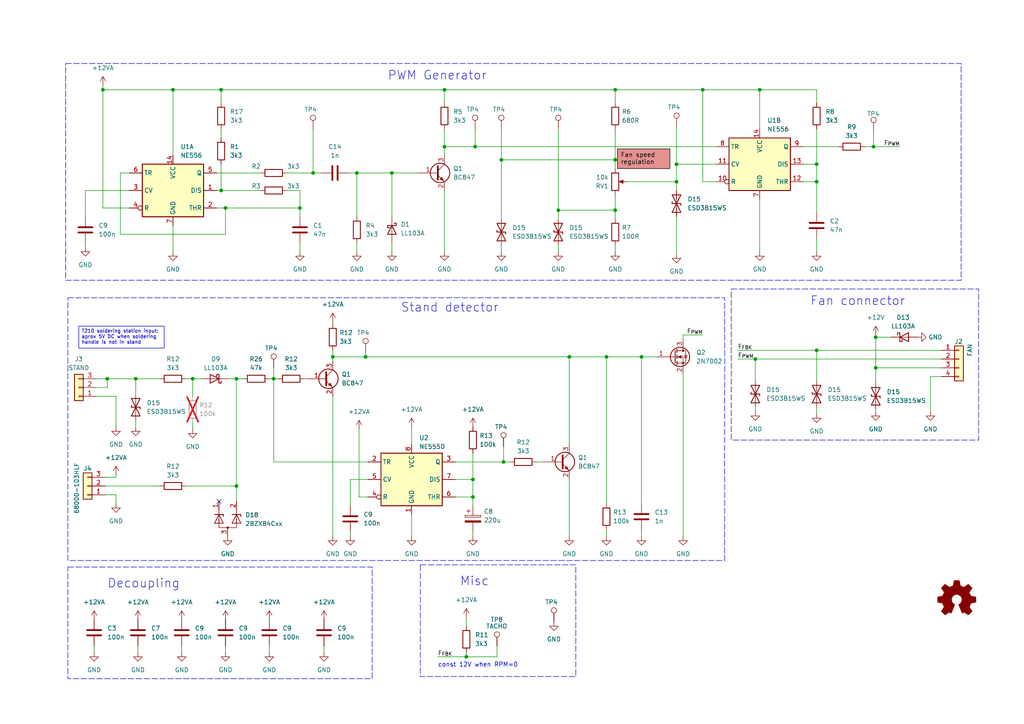
<source format=kicad_sch>
(kicad_sch (version 20230121) (generator eeschema)
  (paper "A4")
  (title_block (title "Fumex Driver") (date "2023-11-22") (rev "1.2.0") (company "Pawel Koszalka"))
  (junction (at 128.905 42.545))
  (junction (at 145.415 46.355))
  (junction (at 29.845 26.035))
  (junction (at 68.58 109.855))
  (junction (at 103.505 50.165))
  (junction (at 137.16 144.145))
  (junction (at 55.88 109.855))
  (junction (at 50.165 26.035))
  (junction (at 254 97.79))
  (junction (at 137.16 139.065))
  (junction (at 90.805 50.165))
  (junction (at 254 106.68))
  (junction (at 68.58 140.97))
  (junction (at 236.855 101.6))
  (junction (at 137.795 42.545))
  (junction (at 178.435 26.035))
  (junction (at 165.1 103.505))
  (junction (at 161.925 60.96))
  (junction (at 236.855 52.705))
  (junction (at 146.05 133.985))
  (junction (at 220.345 26.035))
  (junction (at 64.135 55.245))
  (junction (at 86.995 60.325))
  (junction (at 253.365 42.545))
  (junction (at 31.115 109.855))
  (junction (at 128.905 26.035))
  (junction (at 39.37 109.855))
  (junction (at 65.405 60.325))
  (junction (at 113.665 50.165))
  (junction (at 196.215 52.705))
  (junction (at 178.435 60.96))
  (junction (at 106.045 103.505))
  (junction (at 178.435 46.355))
  (junction (at 186.055 103.505))
  (junction (at 175.895 103.505))
  (junction (at 219.075 104.14))
  (junction (at 203.835 26.035))
  (junction (at 96.52 103.505))
  (junction (at 64.135 26.035))
  (junction (at 79.375 109.855))
  (junction (at 135.255 190.5))
  (junction (at 196.215 47.625))
  (junction (at 236.855 47.625))
  (no_connect (at 63.5 145.415))
  (wire (pts (xy 233.045 47.625) (xy 236.855 47.625)))
  (wire (pts (xy 236.855 73.025) (xy 236.855 69.215)))
  (wire (pts (xy 29.845 24.765) (xy 29.845 26.035)))
  (wire (pts (xy 145.415 46.355) (xy 145.415 63.5)))
  (wire (pts (xy 103.505 50.165) (xy 103.505 62.865)))
  (wire (pts (xy 178.435 37.465) (xy 178.435 46.355)))
  (wire (pts (xy 182.245 52.705) (xy 196.215 52.705)))
  (wire (pts (xy 68.58 109.855) (xy 68.58 140.97)))
  (wire (pts (xy 119.38 155.575) (xy 119.38 149.225)))
  (wire (pts (xy 103.505 50.165) (xy 113.665 50.165)))
  (wire (pts (xy 50.165 73.025) (xy 50.165 65.405)))
  (wire (pts (xy 137.795 37.465) (xy 137.795 42.545)))
  (wire (pts (xy 29.845 26.035) (xy 50.165 26.035)))
  (wire (pts (xy 186.055 103.505) (xy 190.5 103.505)))
  (wire (pts (xy 96.52 101.6) (xy 96.52 103.505)))
  (wire (pts (xy 135.255 181.61) (xy 135.255 179.07)))
  (wire (pts (xy 106.68 139.065) (xy 101.6 139.065)))
  (wire (pts (xy 34.925 67.945) (xy 65.405 67.945)))
  (wire (pts (xy 68.58 140.97) (xy 68.58 145.415)))
  (wire (pts (xy 146.05 133.985) (xy 147.955 133.985)))
  (wire (pts (xy 127 190.5) (xy 135.255 190.5)))
  (wire (pts (xy 253.365 42.545) (xy 260.985 42.545)))
  (wire (pts (xy 145.415 73.025) (xy 145.415 71.12)))
  (wire (pts (xy 254 118.745) (xy 254 119.38)))
  (wire (pts (xy 65.405 67.945) (xy 65.405 60.325)))
  (wire (pts (xy 79.375 109.855) (xy 80.645 109.855)))
  (wire (pts (xy 132.08 133.985) (xy 146.05 133.985)))
  (wire (pts (xy 106.045 102.235) (xy 106.045 103.505)))
  (wire (pts (xy 55.88 124.46) (xy 55.88 122.555)))
  (wire (pts (xy 86.995 60.325) (xy 86.995 62.865)))
  (wire (pts (xy 39.37 109.855) (xy 46.355 109.855)))
  (wire (pts (xy 220.345 73.025) (xy 220.345 57.785)))
  (wire (pts (xy 37.465 55.245) (xy 24.765 55.245)))
  (wire (pts (xy 254 106.68) (xy 254 111.125)))
  (wire (pts (xy 37.465 50.165) (xy 34.925 50.165)))
  (wire (pts (xy 29.845 26.035) (xy 29.845 60.325)))
  (wire (pts (xy 236.855 52.705) (xy 233.045 52.705)))
  (wire (pts (xy 101.6 139.065) (xy 101.6 146.685)))
  (wire (pts (xy 269.875 109.22) (xy 269.875 119.38)))
  (wire (pts (xy 64.135 37.465) (xy 64.135 40.005)))
  (wire (pts (xy 219.075 104.14) (xy 219.075 110.49)))
  (wire (pts (xy 40.005 189.23) (xy 40.005 187.325)))
  (wire (pts (xy 128.905 73.025) (xy 128.905 55.245)))
  (wire (pts (xy 135.255 190.5) (xy 144.145 190.5)))
  (wire (pts (xy 196.215 47.625) (xy 207.645 47.625)))
  (wire (pts (xy 273.05 109.22) (xy 269.875 109.22)))
  (wire (pts (xy 254 97.79) (xy 258.445 97.79)))
  (wire (pts (xy 186.055 103.505) (xy 186.055 146.05)))
  (wire (pts (xy 250.825 42.545) (xy 253.365 42.545)))
  (wire (pts (xy 24.765 55.245) (xy 24.765 62.865)))
  (wire (pts (xy 161.925 73.025) (xy 161.925 71.12)))
  (wire (pts (xy 33.655 146.05) (xy 33.655 143.51)))
  (wire (pts (xy 236.855 47.625) (xy 236.855 52.705)))
  (wire (pts (xy 33.655 114.935) (xy 33.655 123.825)))
  (wire (pts (xy 135.255 190.5) (xy 135.255 189.23)))
  (wire (pts (xy 68.58 109.855) (xy 70.485 109.855)))
  (wire (pts (xy 65.405 60.325) (xy 86.995 60.325)))
  (wire (pts (xy 39.37 121.92) (xy 39.37 123.825)))
  (wire (pts (xy 254 97.79) (xy 254 106.68)))
  (wire (pts (xy 137.16 131.445) (xy 137.16 139.065)))
  (wire (pts (xy 161.925 37.465) (xy 161.925 60.96)))
  (wire (pts (xy 198.12 155.575) (xy 198.12 108.585)))
  (wire (pts (xy 203.835 97.155) (xy 198.12 97.155)))
  (wire (pts (xy 113.665 50.165) (xy 113.665 62.865)))
  (wire (pts (xy 100.965 50.165) (xy 103.505 50.165)))
  (wire (pts (xy 62.865 55.245) (xy 64.135 55.245)))
  (wire (pts (xy 96.52 114.935) (xy 96.52 155.575)))
  (wire (pts (xy 27.94 114.935) (xy 33.655 114.935)))
  (wire (pts (xy 104.14 144.145) (xy 106.68 144.145)))
  (wire (pts (xy 79.375 133.985) (xy 79.375 109.855)))
  (wire (pts (xy 53.975 109.855) (xy 55.88 109.855)))
  (wire (pts (xy 236.855 26.035) (xy 236.855 29.845)))
  (wire (pts (xy 175.895 103.505) (xy 175.895 146.05)))
  (wire (pts (xy 161.925 63.5) (xy 161.925 60.96)))
  (wire (pts (xy 165.1 155.575) (xy 165.1 139.065)))
  (wire (pts (xy 31.115 112.395) (xy 31.115 109.855)))
  (wire (pts (xy 233.045 42.545) (xy 243.205 42.545)))
  (wire (pts (xy 39.37 109.855) (xy 39.37 114.3)))
  (wire (pts (xy 178.435 60.96) (xy 178.435 63.5)))
  (wire (pts (xy 253.365 38.1) (xy 253.365 42.545)))
  (wire (pts (xy 254 97.155) (xy 254 97.79)))
  (wire (pts (xy 64.135 47.625) (xy 64.135 55.245)))
  (wire (pts (xy 27.94 109.855) (xy 31.115 109.855)))
  (wire (pts (xy 50.165 26.035) (xy 64.135 26.035)))
  (wire (pts (xy 50.165 26.035) (xy 50.165 45.085)))
  (wire (pts (xy 203.835 52.705) (xy 203.835 26.035)))
  (wire (pts (xy 236.855 52.705) (xy 236.855 61.595)))
  (wire (pts (xy 128.905 26.035) (xy 128.905 29.845)))
  (wire (pts (xy 78.105 189.23) (xy 78.105 187.325)))
  (wire (pts (xy 236.855 37.465) (xy 236.855 47.625)))
  (wire (pts (xy 137.16 144.145) (xy 132.08 144.145)))
  (wire (pts (xy 161.925 60.96) (xy 178.435 60.96)))
  (wire (pts (xy 175.895 103.505) (xy 186.055 103.505)))
  (wire (pts (xy 137.16 139.065) (xy 137.16 144.145)))
  (wire (pts (xy 207.645 52.705) (xy 203.835 52.705)))
  (wire (pts (xy 96.52 103.505) (xy 106.045 103.505)))
  (wire (pts (xy 52.705 189.23) (xy 52.705 187.325)))
  (wire (pts (xy 55.88 109.855) (xy 55.88 114.935)))
  (wire (pts (xy 137.795 42.545) (xy 207.645 42.545)))
  (wire (pts (xy 27.305 189.23) (xy 27.305 187.325)))
  (wire (pts (xy 175.895 155.575) (xy 175.895 153.67)))
  (wire (pts (xy 90.805 37.465) (xy 90.805 50.165)))
  (wire (pts (xy 96.52 93.345) (xy 96.52 93.98)))
  (wire (pts (xy 113.665 50.165) (xy 121.285 50.165)))
  (wire (pts (xy 79.375 133.985) (xy 106.68 133.985)))
  (wire (pts (xy 86.995 73.025) (xy 86.995 70.485)))
  (wire (pts (xy 104.14 124.46) (xy 104.14 144.145)))
  (wire (pts (xy 64.135 26.035) (xy 64.135 29.845)))
  (wire (pts (xy 96.52 103.505) (xy 96.52 104.775)))
  (wire (pts (xy 132.08 139.065) (xy 137.16 139.065)))
  (wire (pts (xy 219.075 119.38) (xy 219.075 118.11)))
  (wire (pts (xy 93.345 50.165) (xy 90.805 50.165)))
  (wire (pts (xy 62.865 50.165) (xy 75.565 50.165)))
  (wire (pts (xy 86.995 60.325) (xy 86.995 55.245)))
  (wire (pts (xy 137.16 144.145) (xy 137.16 146.685)))
  (wire (pts (xy 236.855 118.11) (xy 236.855 120.015)))
  (wire (pts (xy 33.655 137.795) (xy 33.655 138.43)))
  (wire (pts (xy 145.415 46.355) (xy 178.435 46.355)))
  (wire (pts (xy 178.435 26.035) (xy 178.435 29.845)))
  (wire (pts (xy 128.905 26.035) (xy 178.435 26.035)))
  (wire (pts (xy 220.345 26.035) (xy 236.855 26.035)))
  (wire (pts (xy 37.465 60.325) (xy 29.845 60.325)))
  (wire (pts (xy 146.05 129.54) (xy 146.05 133.985)))
  (wire (pts (xy 88.265 109.855) (xy 88.9 109.855)))
  (wire (pts (xy 196.215 52.705) (xy 196.215 55.245)))
  (wire (pts (xy 33.655 143.51) (xy 30.48 143.51)))
  (wire (pts (xy 178.435 73.025) (xy 178.435 71.12)))
  (wire (pts (xy 213.995 104.14) (xy 219.075 104.14)))
  (wire (pts (xy 196.215 36.83) (xy 196.215 47.625)))
  (wire (pts (xy 24.765 71.755) (xy 24.765 70.485)))
  (wire (pts (xy 46.355 140.97) (xy 30.48 140.97)))
  (wire (pts (xy 64.135 55.245) (xy 75.565 55.245)))
  (wire (pts (xy 213.995 101.6) (xy 236.855 101.6)))
  (wire (pts (xy 196.215 73.66) (xy 196.215 62.865)))
  (wire (pts (xy 178.435 26.035) (xy 203.835 26.035)))
  (wire (pts (xy 165.1 103.505) (xy 175.895 103.505)))
  (wire (pts (xy 33.655 138.43) (xy 30.48 138.43)))
  (wire (pts (xy 86.995 55.245) (xy 83.185 55.245)))
  (wire (pts (xy 137.16 155.575) (xy 137.16 154.305)))
  (wire (pts (xy 254 106.68) (xy 273.05 106.68)))
  (wire (pts (xy 219.075 104.14) (xy 273.05 104.14)))
  (wire (pts (xy 178.435 46.355) (xy 178.435 48.895)))
  (wire (pts (xy 103.505 73.025) (xy 103.505 70.485)))
  (wire (pts (xy 93.98 189.23) (xy 93.98 187.325)))
  (wire (pts (xy 65.405 189.23) (xy 65.405 187.325)))
  (wire (pts (xy 55.88 109.855) (xy 58.42 109.855)))
  (wire (pts (xy 113.665 73.025) (xy 113.665 70.485)))
  (wire (pts (xy 196.215 52.705) (xy 196.215 47.625)))
  (wire (pts (xy 119.38 123.825) (xy 119.38 128.905)))
  (wire (pts (xy 27.94 112.395) (xy 31.115 112.395)))
  (wire (pts (xy 79.375 109.855) (xy 78.105 109.855)))
  (wire (pts (xy 178.435 56.515) (xy 178.435 60.96)))
  (wire (pts (xy 236.855 101.6) (xy 236.855 110.49)))
  (wire (pts (xy 34.925 50.165) (xy 34.925 67.945)))
  (wire (pts (xy 66.04 109.855) (xy 68.58 109.855)))
  (wire (pts (xy 62.865 60.325) (xy 65.405 60.325)))
  (wire (pts (xy 220.345 26.035) (xy 220.345 37.465)))
  (wire (pts (xy 31.115 109.855) (xy 39.37 109.855)))
  (wire (pts (xy 106.045 103.505) (xy 165.1 103.505)))
  (wire (pts (xy 53.975 140.97) (xy 68.58 140.97)))
  (wire (pts (xy 198.12 97.155) (xy 198.12 98.425)))
  (wire (pts (xy 90.805 50.165) (xy 83.185 50.165)))
  (wire (pts (xy 128.905 37.465) (xy 128.905 42.545)))
  (wire (pts (xy 145.415 37.465) (xy 145.415 46.355)))
  (wire (pts (xy 79.375 106.68) (xy 79.375 109.855)))
  (wire (pts (xy 165.1 128.905) (xy 165.1 103.505)))
  (wire (pts (xy 203.835 26.035) (xy 220.345 26.035)))
  (wire (pts (xy 157.48 133.985) (xy 155.575 133.985)))
  (wire (pts (xy 236.855 101.6) (xy 273.05 101.6)))
  (wire (pts (xy 101.6 155.575) (xy 101.6 154.305)))
  (wire (pts (xy 64.135 26.035) (xy 128.905 26.035)))
  (wire (pts (xy 186.055 155.575) (xy 186.055 153.67)))
  (wire (pts (xy 144.145 190.5) (xy 144.145 187.325)))
  (wire (pts (xy 128.905 42.545) (xy 137.795 42.545)))
  (wire (pts (xy 128.905 42.545) (xy 128.905 45.085)))
  (rectangle (start 121.92 163.83) (end 167.005 196.215) (stroke (width 0) (type dash)))
  (rectangle (start 19.05 18.415) (end 278.765 81.28) (stroke (width 0) (type dash)))
  (rectangle (start 19.685 86.36) (end 210.185 162.56) (stroke (width 0) (type dash)))
  (rectangle (start 212.09 83.82) (end 283.845 127.635) (stroke (width 0) (type dash)))
  (rectangle (start 19.685 164.465) (end 107.95 196.85) (stroke (width 0) (type dash)))
  (text_box "T210 soldering station input;\naprox 5V DC when soldering \nhandle is not in stand" (at 22.86 94.615 0) (size 24.765 6.35) (effects (font (size 1 1)) (justify left top)))
  (text_box "Fan speed \nregulation" (at 179.07 43.18 0) (size 15.24 5.715) (stroke (width 0) (color 0 0 0 1)) (fill (type color) (color 194 0 0 0.43)) (effects (font (size 1.27 1.27)) (justify left top)))
  (text "PWM Generator" (at 112.395 23.495 0) (effects (font (size 2.54 2.54)) (justify left bottom)))
  (text "Decoupling" (at 31.115 170.815 0) (effects (font (size 2.54 2.54)) (justify left bottom)))
  (text "Stand detector\n" (at 116.205 90.805 0) (effects (font (size 2.54 2.54)) (justify left bottom)))
  (text "Fan connector\n" (at 234.95 88.9 0) (effects (font (size 2.54 2.54)) (justify left bottom)))
  (text "const 12V when RPM=0" (at 127 193.675 0) (effects (font (size 1.27 1.27)) (justify left bottom)))
  (text "Misc\n" (at 133.35 170.18 0) (effects (font (size 2.54 2.54)) (justify left bottom)))
  (label "F_{PWM}" (at 213.995 104.14 0))
  (label "F_{FBK}" (at 213.995 101.6 0))
  (label "F_{FBK}" (at 127 190.5 0))
  (label "F_{PWM}" (at 260.985 42.545 180))
  (label "F_{PWM}" (at 203.835 97.155 180))
  (symbol (lib_id "power:+12VA") (at 78.105 179.705 0) (unit 1)
    (property "Reference" "#PWR038" (effects hide))
    (property "Value" "+12VA" (at 78.105 174.625 0))
    (instances (project "fumexDriver" (path "" (reference "#PWR038") (unit 1)) (path "" (reference "#PWR088") (unit 1))))
  )
  (symbol (lib_id "Device:C_Polarized") (at 137.16 150.495 0) (unit 1)
    (property "Reference" "C8" (at 140.335 148.336 0) (effects (justify left)))
    (property "Value" "220u" (at 140.335 150.876 0) (effects (justify left)))
    (property "Footprint" "Capacitor_SMD:CP_Elec_8x10" (effects hide))
    (property "MPN" "UCD1E221MNL1GS" (effects hide))
    (instances (project "fumexDriver" (path "" (reference "C8") (unit 1)) (path "" (reference "C8") (unit 1)) (path "" (reference "C10") (unit 1))))
  )
  (symbol (lib_id "TVS:ESD3B15WS") (at 256.54 116.205 90) (unit 1)
    (property "Reference" "D15" (at 257.175 113.665 90) (effects (justify right)))
    (property "Value" "ESD3B15WS" (at 257.175 116.205 90) (effects (justify right)))
    (property "Footprint" "Diode_SMD:D_SOD-323_HandSoldering" (effects hide))
    (property "Datasheet" "https://www.tme.eu/Document/88a52fd2eb5b4d5ee459bc1d3a0ee07e/esd3b5v0ws.pdf" (effects hide))
    (instances (project "fumexDriver" (path "" (reference "D15") (unit 1)) (path "" (reference "D5") (unit 1))))
  )
  (symbol (lib_id "CAP_CER_WALSIN_0603:CAP_47n_X7R") (at 86.995 66.675 0) (unit 1)
    (property "Reference" "C1" (at 90.805 65.405 0) (effects (justify left)))
    (property "Value" "47n" (at 90.805 67.945 0) (effects (justify left)))
    (property "Footprint" "Capacitor_SMD:C_0603_1608Metric" (effects hide))
    (property "Datasheet" "https://www.tme.eu/Document/e45476bf270793f696988c4e93ce1237/ASC_General_Purpose.pdf" (effects hide))
    (property "Manufacturer" "Walsin" (effects hide))
    (property "MPN" "0603B473K500CT" (effects hide))
    (property "Tolerance" "10%" (effects hide))
    (property "Rated voltage" "50V" (effects hide))
    (property "Operating temperature" "-55°C to +125°C " (effects hide))
    (property "Capacitance characteristic" "±15%" (effects hide))
  )
  (symbol (lib_id "power:GND") (at 52.705 189.23 0) (unit 1)
    (property "Reference" "#PWR031" (effects hide))
    (property "Value" "GND" (at 52.705 194.31 0))
    (instances (project "fumexDriver" (path "" (reference "#PWR031") (unit 1)) (path "" (reference "#PWR030") (unit 1)) (path "" (reference "#PWR030") (unit 1))))
  )
  (symbol (lib_id "power:GND") (at 33.655 123.825 0) (unit 1)
    (property "Reference" "#PWR034" (effects hide))
    (property "Value" "GND" (at 33.655 128.905 0))
    (instances (project "fumexDriver" (path "" (reference "#PWR034") (unit 1)) (path "" (reference "#PWR048") (unit 1))))
  )
  (symbol (lib_id "power:GND") (at 39.37 123.825 0) (unit 1)
    (property "Reference" "#PWR034" (effects hide))
    (property "Value" "GND" (at 39.37 128.905 0))
    (instances (project "fumexDriver" (path "" (reference "#PWR034") (unit 1)) (path "" (reference "#PWR09") (unit 1))))
  )
  (symbol (lib_id "power:GND") (at 103.505 73.025 0) (unit 1)
    (property "Reference" "#PWR04" (effects hide))
    (property "Value" "GND" (at 103.505 78.105 0))
  )
  (symbol (lib_name "RES_3k3_0603_1") (lib_id "RES_YAGEO_RC0603:RES_3k3_0603") (at 64.135 33.655 0) (unit 1)
    (property "Reference" "R17" (at 66.675 32.385 0) (effects (justify left)))
    (property "Value" "3k3" (at 66.675 34.925 0) (effects (justify left)))
    (property "Footprint" "Resistor_SMD:R_0603_1608Metric" (effects hide))
    (property "Datasheet" "https://www.tme.eu/Document/d2a72e545e5c8eb7bf2a04fa97535928/rc0603yageo.pdf" (effects hide))
    (property "Manufacturer" "YAGEO" (effects hide))
    (property "MPN" "RC0603FR-073k3" (effects hide))
    (property "Maximum Working Voltage " "50 V" (effects hide))
    (property "Maximum Overload Voltage" "100 V" (effects hide))
    (property "Dielectric Withstanding Voltage " "100 V" (effects hide))
    (property "Temperature Coefficient" "200ppm" (effects hide))
    (property "Operating Temperature Range" "–55 °C to +155 °C" (effects hide))
    (property "Tolerance" "1%" (effects hide))
    (instances (project "fumexDriver" (path "" (reference "R17") (unit 1)) (path "" (reference "R1") (unit 1))))
  )
  (symbol (lib_id "Transistor_BJT:BC847") (at 93.98 109.855 0) (unit 1)
    (property "Reference" "Q1" (at 99.06 108.585 0) (effects (justify left)))
    (property "Value" "BC847" (at 99.06 111.125 0) (effects (justify left)))
    (property "Footprint" "Package_TO_SOT_SMD:SOT-23" (effects hide))
    (property "Datasheet" "http://www.infineon.com/dgdl/Infineon-BC847SERIES_BC848SERIES_BC849SERIES_BC850SERIES-DS-v01_01-en.pdf?fileId=db3a304314dca389011541d4630a1657" (effects hide))
    (instances (project "fumexDriver" (path "" (reference "Q1") (unit 1)) (path "" (reference "Q4") (unit 1))))
  )
  (symbol (lib_id "Shottky_diodes:LL103A") (at 111.125 66.675 270) (unit 1)
    (property "Reference" "D1" (at 116.205 65.0875 90) (effects (justify left)))
    (property "Value" "LL103A" (at 116.205 67.6275 90) (effects (justify left)))
    (property "Footprint" "Diode_SMD:D_MiniMELF" (effects hide))
    (property "Datasheet" "https://www.tme.eu/Document/4b83a5789d32f39934640cef179344a8/ll103a.pdf" (effects hide))
    (property "Manufacturer" "Diotec Semiconductor" (effects hide))
    (property "MPN" "LL103A" (effects hide))
    (property "Peak reverse voltage" "40V" (effects hide))
    (property "Power dissipation" "400mW" (effects hide))
    (property "Max. average forward current" "350mA" (effects hide))
    (property "unction temperature" "-55 to +125°C" (effects hide))
    (property " junction capacitance" "50pF" (effects hide))
    (property "Reverse recovery time" "10ns" (effects hide))
    (property "Leakage current" "5uA" (effects hide))
  )
  (symbol (lib_id "Diode:2BZX84Cxx") (at 66.04 150.495 0) (unit 1)
    (property "Reference" "D18" (at 71.12 149.352 0) (effects (justify left)))
    (property "Value" "2BZX84Cxx" (at 71.12 151.892 0) (effects (justify left)))
    (property "Footprint" "Package_TO_SOT_SMD:SOT-23" (effects hide))
    (property "Datasheet" "https://diotec.com/tl_files/diotec/files/pdf/datasheets/bzx84c2v4.pdf" (effects hide))
    (instances (project "fumexDriver" (path "" (reference "D18") (unit 1)) (path "" (reference "D20") (unit 1))))
  )
  (symbol (lib_id "Connector:TestPoint") (at 196.215 36.83 0) (unit 1)
    (property "Reference" "TP4" (at 193.675 31.115 0) (effects (justify left)))
    (property "Footprint" "TestPoint:TestPoint_Pad_D1.0mm" (effects hide))
    (instances (project "fumexDriver" (path "" (reference "TP4") (unit 1)) (path "" (reference "TP19") (unit 1))))
  )
  (symbol (lib_name "RES_3k3_0603_1") (lib_id "RES_YAGEO_RC0603:RES_3k3_0603") (at 64.135 43.815 0) (unit 1)
    (property "Reference" "R1" (at 66.675 42.545 0) (effects (justify left)))
    (property "Value" "3k3" (at 66.675 45.085 0) (effects (justify left)))
    (property "Footprint" "Resistor_SMD:R_0603_1608Metric" (effects hide))
    (property "Datasheet" "https://www.tme.eu/Document/d2a72e545e5c8eb7bf2a04fa97535928/rc0603yageo.pdf" (effects hide))
    (property "Manufacturer" "YAGEO" (effects hide))
    (property "MPN" "RC0603FR-073k3" (effects hide))
    (property "Maximum Working Voltage " "50 V" (effects hide))
    (property "Maximum Overload Voltage" "100 V" (effects hide))
    (property "Dielectric Withstanding Voltage " "100 V" (effects hide))
    (property "Temperature Coefficient" "200ppm" (effects hide))
    (property "Operating Temperature Range" "–55 °C to +155 °C" (effects hide))
    (property "Tolerance" "1%" (effects hide))
    (instances (project "fumexDriver" (path "" (reference "R1") (unit 1)) (path "" (reference "R2") (unit 1))))
  )
  (symbol (lib_id "RES_YAGEO_RC0603:RES_100k_0603") (at 55.88 118.745 0) (unit 1) (dnp yes)
    (property "Reference" "R12" (at 57.785 117.475 0) (effects (justify left)))
    (property "Value" "100k" (at 57.785 120.015 0) (effects (justify left)))
    (property "Footprint" "Resistor_SMD:R_0603_1608Metric" (effects hide))
    (property "Datasheet" "https://www.tme.eu/Document/d2a72e545e5c8eb7bf2a04fa97535928/rc0603yageo.pdf" (effects hide))
    (property "Manufacturer" "YAGEO" (effects hide))
    (property "MPN" "RC0603FR-07100k" (effects hide))
    (property "Maximum Working Voltage " "50 V" (effects hide))
    (property "Maximum Overload Voltage" "100 V" (effects hide))
    (property "Dielectric Withstanding Voltage " "100 V" (effects hide))
    (property "Temperature Coefficient" "200ppm" (effects hide))
    (property "Operating Temperature Range" "–55 °C to +155 °C" (effects hide))
    (property "Tolerance" "1%" (effects hide))
  )
  (symbol (lib_id "power:GND") (at 55.88 124.46 0) (unit 1)
    (property "Reference" "#PWR035" (effects hide))
    (property "Value" "GND" (at 55.88 129.54 0))
    (instances (project "fumexDriver" (path "" (reference "#PWR035") (unit 1)) (path "" (reference "#PWR020") (unit 1))))
  )
  (symbol (lib_name "RES_3k3_0603_1") (lib_id "RES_YAGEO_RC0603:RES_3k3_0603") (at 236.855 33.655 180) (unit 1)
    (property "Reference" "R8" (at 239.395 32.385 0) (effects (justify right)))
    (property "Value" "3k3" (at 239.395 34.925 0) (effects (justify right)))
    (property "Footprint" "Resistor_SMD:R_0603_1608Metric" (effects hide))
    (property "Datasheet" "https://www.tme.eu/Document/d2a72e545e5c8eb7bf2a04fa97535928/rc0603yageo.pdf" (effects hide))
    (property "Manufacturer" "YAGEO" (effects hide))
    (property "MPN" "RC0603FR-073k3" (effects hide))
    (property "Maximum Working Voltage " "50 V" (effects hide))
    (property "Maximum Overload Voltage" "100 V" (effects hide))
    (property "Dielectric Withstanding Voltage " "100 V" (effects hide))
    (property "Temperature Coefficient" "200ppm" (effects hide))
    (property "Operating Temperature Range" "–55 °C to +155 °C" (effects hide))
    (property "Tolerance" "1%" (effects hide))
    (instances (project "fumexDriver" (path "" (reference "R8") (unit 1)) (path "" (reference "R13") (unit 1))))
  )
  (symbol (lib_id "Connector:TestPoint") (at 145.415 37.465 0) (unit 1)
    (property "Reference" "TP4" (at 142.875 31.75 0) (effects (justify left)))
    (property "Footprint" "TestPoint:TestPoint_Pad_D1.0mm" (effects hide))
    (instances (project "fumexDriver" (path "" (reference "TP4") (unit 1)) (path "" (reference "TP13") (unit 1))))
  )
  (symbol (lib_id "power:+12VA") (at 137.16 123.825 0) (unit 1)
    (property "Reference" "#PWR039" (effects hide))
    (property "Value" "+12VA" (at 137.16 118.745 0))
    (instances (project "fumexDriver" (path "" (reference "#PWR039") (unit 1)) (path "" (reference "#PWR033") (unit 1))))
  )
  (symbol (lib_id "RES_YAGEO_RC0603:RES_680R_0603") (at 178.435 33.655 0) (unit 1)
    (property "Reference" "R6" (at 180.34 32.385 0) (effects (justify left)))
    (property "Value" "680R" (at 180.34 34.925 0) (effects (justify left)))
    (property "Footprint" "Resistor_SMD:R_0603_1608Metric" (effects hide))
    (property "Datasheet" "https://www.tme.eu/Document/d2a72e545e5c8eb7bf2a04fa97535928/rc0603yageo.pdf" (effects hide))
    (property "Manufacturer" "YAGEO" (effects hide))
    (property "MPN" "RC0603FR-07680R" (effects hide))
    (property "Maximum Working Voltage " "50 V" (effects hide))
    (property "Maximum Overload Voltage" "100 V" (effects hide))
    (property "Dielectric Withstanding Voltage " "100 V" (effects hide))
    (property "Temperature Coefficient" "200ppm" (effects hide))
    (property "Operating Temperature Range" "–55 °C to +155 °C" (effects hide))
    (property "Tolerance" "1%" (effects hide))
    (instances (project "fumexDriver" (path "" (reference "R6") (unit 1)) (path "" (reference "R7") (unit 1))))
  )
  (symbol (lib_id "power:GND") (at 236.855 120.015 0) (unit 1)
    (property "Reference" "#PWR025" (effects hide))
    (property "Value" "GND" (at 236.855 125.095 0))
    (instances (project "fumexDriver" (path "" (reference "#PWR025") (unit 1)) (path "" (reference "#PWR038") (unit 1))))
  )
  (symbol (lib_name "RES_3k3_0603_1") (lib_id "RES_YAGEO_RC0603:RES_3k3_0603") (at 247.015 42.545 270) (unit 1)
    (property "Reference" "R9" (at 247.015 36.83 90))
    (property "Value" "3k3" (at 247.015 39.37 90))
    (property "Footprint" "Resistor_SMD:R_0603_1608Metric" (effects hide))
    (property "Datasheet" "https://www.tme.eu/Document/d2a72e545e5c8eb7bf2a04fa97535928/rc0603yageo.pdf" (effects hide))
    (property "Manufacturer" "YAGEO" (effects hide))
    (property "MPN" "RC0603FR-073k3" (effects hide))
    (property "Maximum Working Voltage " "50 V" (effects hide))
    (property "Maximum Overload Voltage" "100 V" (effects hide))
    (property "Dielectric Withstanding Voltage " "100 V" (effects hide))
    (property "Temperature Coefficient" "200ppm" (effects hide))
    (property "Operating Temperature Range" "–55 °C to +155 °C" (effects hide))
    (property "Tolerance" "1%" (effects hide))
    (instances (project "fumexDriver" (path "" (reference "R9") (unit 1)) (path "" (reference "R14") (unit 1))))
  )
  (symbol (lib_name "RES_3k3_0603_1") (lib_id "RES_YAGEO_RC0603:RES_3k3_0603") (at 79.375 55.245 90) (unit 1)
    (property "Reference" "R3" (at 74.295 53.975 90))
    (property "Value" "3k3" (at 85.09 53.975 90))
    (property "Footprint" "Resistor_SMD:R_0603_1608Metric" (effects hide))
    (property "Datasheet" "https://www.tme.eu/Document/d2a72e545e5c8eb7bf2a04fa97535928/rc0603yageo.pdf" (effects hide))
    (property "Manufacturer" "YAGEO" (effects hide))
    (property "MPN" "RC0603FR-073k3" (effects hide))
    (property "Maximum Working Voltage " "50 V" (effects hide))
    (property "Maximum Overload Voltage" "100 V" (effects hide))
    (property "Dielectric Withstanding Voltage " "100 V" (effects hide))
    (property "Temperature Coefficient" "200ppm" (effects hide))
    (property "Operating Temperature Range" "–55 °C to +155 °C" (effects hide))
    (property "Tolerance" "1%" (effects hide))
    (instances (project "fumexDriver" (path "" (reference "R3") (unit 1)) (path "" (reference "R4") (unit 1))))
  )
  (symbol (lib_id "power:GND") (at 254 119.38 0) (unit 1)
    (property "Reference" "#PWR022" (effects hide))
    (property "Value" "GND" (at 254 124.46 0))
    (instances (project "fumexDriver" (path "" (reference "#PWR022") (unit 1)) (path "" (reference "#PWR040") (unit 1))))
  )
  (symbol (lib_id "power:GND") (at 175.895 155.575 0) (unit 1)
    (property "Reference" "#PWR044" (effects hide))
    (property "Value" "GND" (at 175.895 160.655 0))
    (instances (project "fumexDriver" (path "" (reference "#PWR044") (unit 1)) (path "" (reference "#PWR042") (unit 1))))
  )
  (symbol (lib_id "power:+12VA") (at 65.405 179.705 0) (unit 1)
    (property "Reference" "#PWR038" (effects hide))
    (property "Value" "+12VA" (at 65.405 174.625 0))
    (instances (project "fumexDriver" (path "" (reference "#PWR038") (unit 1)) (path "" (reference "#PWR082") (unit 1))))
  )
  (symbol (lib_name "RES_3k3_0603_1") (lib_id "RES_YAGEO_RC0603:RES_3k3_0603") (at 96.52 97.79 0) (unit 1)
    (property "Reference" "R12" (at 98.425 96.52 0) (effects (justify left)))
    (property "Value" "3k3" (at 98.425 99.06 0) (effects (justify left)))
    (property "Footprint" "Resistor_SMD:R_0603_1608Metric" (effects hide))
    (property "Datasheet" "https://www.tme.eu/Document/d2a72e545e5c8eb7bf2a04fa97535928/rc0603yageo.pdf" (effects hide))
    (property "Manufacturer" "YAGEO" (effects hide))
    (property "MPN" "RC0603FR-073k3" (effects hide))
    (property "Maximum Working Voltage " "50 V" (effects hide))
    (property "Maximum Overload Voltage" "100 V" (effects hide))
    (property "Dielectric Withstanding Voltage " "100 V" (effects hide))
    (property "Temperature Coefficient" "200ppm" (effects hide))
    (property "Operating Temperature Range" "–55 °C to +155 °C" (effects hide))
    (property "Tolerance" "1%" (effects hide))
    (instances (project "fumexDriver" (path "" (reference "R12") (unit 1)) (path "" (reference "R22") (unit 1))))
  )
  (symbol (lib_id "power:GND") (at 113.665 73.025 0) (unit 1)
    (property "Reference" "#PWR05" (effects hide))
    (property "Value" "GND" (at 113.665 78.105 0))
  )
  (symbol (lib_id "power:GND") (at 178.435 73.025 0) (unit 1)
    (property "Reference" "#PWR07" (effects hide))
    (property "Value" "GND" (at 178.435 78.105 0))
  )
  (symbol (lib_id "power:GND") (at 40.005 189.23 0) (unit 1)
    (property "Reference" "#PWR023" (effects hide))
    (property "Value" "GND" (at 40.005 194.31 0))
    (instances (project "fumexDriver" (path "" (reference "#PWR023") (unit 1)) (path "" (reference "#PWR026") (unit 1)) (path "" (reference "#PWR026") (unit 1))))
  )
  (symbol (lib_id "power:+12VA") (at 40.005 179.705 0) (unit 1)
    (property "Reference" "#PWR038" (effects hide))
    (property "Value" "+12VA" (at 40.005 174.625 0))
    (instances (project "fumexDriver" (path "" (reference "#PWR038") (unit 1)) (path "" (reference "#PWR058") (unit 1))))
  )
  (symbol (lib_id "POT_SR_PASSIVES:POT_SINGLE_LINEAR_10k") (at 175.895 52.705 0) (mirror x) (unit 1)
    (property "Reference" "RV1" (at 176.53 53.975 0) (effects (justify right)))
    (property "Value" "10k" (at 176.53 51.435 0) (effects (justify right)))
    (property "Footprint" "Koszalix_Poteniometer:SR_PASSIVES_R16148" (effects hide))
    (property "Datasheet" "https://www.tme.eu/Document/d2781be4f18f67194cd3a4a12305d132/R16148-1A-2.pdf" (effects hide))
    (property "Characteristics" "linear" (effects hide))
    (property "Power" "0.125W" (effects hide))
    (property "Max. operating voltage" "200V" (effects hide))
    (property "Shaft length" "9mm" (effects hide))
    (property "Tolerance" "20%" (effects hide))
    (property "Manufacturer" "SR PASSIVES" (effects hide))
    (property "MPN" "R16148-1A-2-B10K" (effects hide))
  )
  (symbol (lib_id "power:GND") (at 196.215 73.66 0) (unit 1)
    (property "Reference" "#PWR040" (effects hide))
    (property "Value" "GND" (at 196.215 78.74 0))
    (instances (project "fumexDriver" (path "" (reference "#PWR040") (unit 1)) (path "" (reference "#PWR08") (unit 1))))
  )
  (symbol (lib_id "TVS:ESD3B15WS") (at 221.615 115.57 90) (unit 1)
    (property "Reference" "D15" (at 222.25 113.03 90) (effects (justify right)))
    (property "Value" "ESD3B15WS" (at 222.25 115.57 90) (effects (justify right)))
    (property "Footprint" "Diode_SMD:D_SOD-323_HandSoldering" (effects hide))
    (property "Datasheet" "https://www.tme.eu/Document/88a52fd2eb5b4d5ee459bc1d3a0ee07e/esd3b5v0ws.pdf" (effects hide))
    (instances (project "fumexDriver" (path "" (reference "D15") (unit 1)) (path "" (reference "D9") (unit 1))))
  )
  (symbol (lib_id "Shottky_diodes:LL103A") (at 262.255 100.33 0) (unit 1)
    (property "Reference" "D13" (at 261.9375 92.075 0))
    (property "Value" "LL103A" (at 261.9375 94.615 0))
    (property "Footprint" "Diode_SMD:D_MiniMELF" (effects hide))
    (property "Datasheet" "https://www.tme.eu/Document/4b83a5789d32f39934640cef179344a8/ll103a.pdf" (effects hide))
    (property "Manufacturer" "Diotec Semiconductor" (effects hide))
    (property "MPN" "LL103A" (effects hide))
    (property "Peak reverse voltage" "40V" (effects hide))
    (property "Power dissipation" "400mW" (effects hide))
    (property "Max. average forward current" "350mA" (effects hide))
    (property "unction temperature" "-55 to +125°C" (effects hide))
    (property " junction capacitance" "50pF" (effects hide))
    (property "Reverse recovery time" "10ns" (effects hide))
    (property "Leakage current" "5uA" (effects hide))
    (instances (project "fumexDriver" (path "" (reference "D13") (unit 1)) (path "" (reference "D19") (unit 1))))
  )
  (symbol (lib_id "Shottky_diodes:LL103A") (at 62.23 107.315 180) (unit 1)
    (property "Reference" "D9" (at 62.5475 104.14 0))
    (property "Value" "LL103A" (at 62.5475 106.68 0))
    (property "Footprint" "Diode_SMD:D_MiniMELF" (effects hide))
    (property "Datasheet" "https://www.tme.eu/Document/4b83a5789d32f39934640cef179344a8/ll103a.pdf" (effects hide))
    (property "Manufacturer" "Diotec Semiconductor" (effects hide))
    (property "MPN" "LL103A" (effects hide))
    (property "Peak reverse voltage" "40V" (effects hide))
    (property "Power dissipation" "400mW" (effects hide))
    (property "Max. average forward current" "350mA" (effects hide))
    (property "unction temperature" "-55 to +125°C" (effects hide))
    (property " junction capacitance" "50pF" (effects hide))
    (property "Reverse recovery time" "10ns" (effects hide))
    (property "Leakage current" "5uA" (effects hide))
    (instances (project "fumexDriver" (path "" (reference "D9") (unit 1)) (path "" (reference "D7") (unit 1))))
  )
  (symbol (lib_name "CAP_1n_X7R_1") (lib_id "CAP_CER_WALSIN_0603:CAP_1n_X7R") (at 97.155 50.165 90) (unit 1)
    (property "Reference" "C14" (at 97.155 42.545 90))
    (property "Value" "1n" (at 97.155 45.085 90))
    (property "Footprint" "Capacitor_SMD:C_0603_1608Metric" (effects hide))
    (property "Datasheet" "https://www.tme.eu/Document/e45476bf270793f696988c4e93ce1237/ASC_General_Purpose.pdf" (effects hide))
    (property "Manufacturer" "Walsin" (effects hide))
    (property "MPN" "0603B102K500CT" (effects hide))
    (property "Tolerance" "10%" (effects hide))
    (property "Rated voltage" "50V" (effects hide))
    (property "Operating temperature" "-55°C to +125°C " (effects hide))
    (property "Capacitance characteristic" "±15%" (effects hide))
  )
  (symbol (lib_id "Connector:TestPoint") (at 90.805 37.465 0) (unit 1)
    (property "Reference" "TP4" (at 88.265 31.75 0) (effects (justify left)))
    (property "Footprint" "TestPoint:TestPoint_Pad_D1.0mm" (effects hide))
    (instances (project "fumexDriver" (path "" (reference "TP4") (unit 1)) (path "" (reference "TP15") (unit 1))))
  )
  (symbol (lib_id "power:GND") (at 50.165 73.025 0) (unit 1)
    (property "Reference" "#PWR02" (effects hide))
    (property "Value" "GND" (at 50.165 78.105 0))
  )
  (symbol (lib_id "power:+12VA") (at 135.255 179.07 0) (unit 1)
    (property "Reference" "#PWR029" (effects hide))
    (property "Value" "+12VA" (at 135.255 173.99 0))
  )
  (symbol (lib_id "Connector:TestPoint") (at 253.365 38.1 0) (unit 1)
    (property "Reference" "TP4" (at 251.46 33.02 0) (effects (justify left)))
    (property "Value" " " (effects hide))
    (property "Footprint" "TestPoint:TestPoint_Pad_D1.0mm" (effects hide))
    (instances (project "fumexDriver" (path "" (reference "TP4") (unit 1)) (path "" (reference "TP7") (unit 1))))
  )
  (symbol (lib_id "Transistor_BJT:BC847") (at 162.56 133.985 0) (unit 1)
    (property "Reference" "Q1" (at 167.64 132.715 0) (effects (justify left)))
    (property "Value" "BC847" (at 167.64 135.255 0) (effects (justify left)))
    (property "Footprint" "Package_TO_SOT_SMD:SOT-23" (effects hide))
    (property "Datasheet" "http://www.infineon.com/dgdl/Infineon-BC847SERIES_BC848SERIES_BC849SERIES_BC850SERIES-DS-v01_01-en.pdf?fileId=db3a304314dca389011541d4630a1657" (effects hide))
    (instances (project "fumexDriver" (path "" (reference "Q1") (unit 1)) (path "" (reference "Q5") (unit 1))))
  )
  (symbol (lib_id "Connectors_PinHead:68000-103HLF") (at 25.4 140.97 0) (unit 1)
    (property "Reference" "J4" (at 25.4 135.89 0))
    (property "Value" "68000-103HLF" (at 22.225 141.605 90))
    (property "Footprint" "Connectors_PinHead:Amphenol_68000-103HLF" (effects hide))
    (property "Datasheet" "https://www.tme.eu/Document/deb83b8ba474aa6382ee38bb24abad5e/68000-XXXXLF.pdf" (effects hide))
    (property "MPN" "68000-103HLF" (effects hide))
    (property "Manufacturer" "AMPHENOL" (effects hide))
  )
  (symbol (lib_id "power:GND") (at 137.16 155.575 0) (unit 1)
    (property "Reference" "#PWR043" (effects hide))
    (property "Value" "GND" (at 137.16 160.655 0))
    (instances (project "fumexDriver" (path "" (reference "#PWR043") (unit 1)) (path "" (reference "#PWR034") (unit 1))))
  )
  (symbol (lib_id "RES_YAGEO_RC0603:RES_100k_0603") (at 175.895 149.86 0) (unit 1)
    (property "Reference" "R13" (at 177.8 148.59 0) (effects (justify left)))
    (property "Value" "100k" (at 177.8 151.13 0) (effects (justify left)))
    (property "Footprint" "Resistor_SMD:R_0603_1608Metric" (effects hide))
    (property "Datasheet" "https://www.tme.eu/Document/d2a72e545e5c8eb7bf2a04fa97535928/rc0603yageo.pdf" (effects hide))
    (property "Manufacturer" "YAGEO" (effects hide))
    (property "MPN" "RC0603FR-07100k" (effects hide))
    (property "Maximum Working Voltage " "50 V" (effects hide))
    (property "Maximum Overload Voltage" "100 V" (effects hide))
    (property "Dielectric Withstanding Voltage " "100 V" (effects hide))
    (property "Temperature Coefficient" "200ppm" (effects hide))
    (property "Operating Temperature Range" "–55 °C to +155 °C" (effects hide))
    (property "Tolerance" "1%" (effects hide))
    (instances (project "fumexDriver" (path "" (reference "R13") (unit 1)) (path "" (reference "R16") (unit 1))))
  )
  (symbol (lib_id "power:GND") (at 128.905 73.025 0) (unit 1)
    (property "Reference" "#PWR06" (effects hide))
    (property "Value" "GND" (at 128.905 78.105 0))
  )
  (symbol (lib_id "power:+12VA") (at 104.14 124.46 0) (unit 1)
    (property "Reference" "#PWR038" (effects hide))
    (property "Value" "+12VA" (at 104.14 119.38 0))
    (instances (project "fumexDriver" (path "" (reference "#PWR038") (unit 1)) (path "" (reference "#PWR021") (unit 1))))
  )
  (symbol (lib_id "CAP_CER_WALSIN_0603:CAP_100n_X7R") (at 101.6 150.495 0) (unit 1)
    (property "Reference" "C9" (at 105.41 149.225 0) (effects (justify left)))
    (property "Value" "100n" (at 105.41 151.765 0) (effects (justify left)))
    (property "Footprint" "Capacitor_SMD:C_0603_1608Metric" (effects hide))
    (property "Datasheet" "https://www.tme.eu/Document/e45476bf270793f696988c4e93ce1237/ASC_General_Purpose.pdf" (effects hide))
    (property "Manufacturer" "Walsin" (effects hide))
    (property "MPN" "0603B104K500CT" (effects hide))
    (property "Tolerance" "10%" (effects hide))
    (property "Rated voltage" "50V" (effects hide))
    (property "Operating temperature" "-55°C to +125°C " (effects hide))
    (property "Capacitance characteristic" "±15%" (effects hide))
    (instances (project "fumexDriver" (path "" (reference "C9") (unit 1)) (path "" (reference "C26") (unit 1))))
  )
  (symbol (lib_id "power:+12VA") (at 93.98 179.705 0) (unit 1)
    (property "Reference" "#PWR038" (effects hide))
    (property "Value" "+12VA" (at 93.98 174.625 0))
    (instances (project "fumexDriver" (path "" (reference "#PWR038") (unit 1)) (path "" (reference "#PWR090") (unit 1))))
  )
  (symbol (lib_id "power:+12VA") (at 119.38 123.825 0) (unit 1)
    (property "Reference" "#PWR032" (effects hide))
    (property "Value" "+12VA" (at 119.38 118.745 0))
    (instances (project "fumexDriver" (path "" (reference "#PWR032") (unit 1)) (path "" (reference "#PWR025") (unit 1))))
  )
  (symbol (lib_id "power:GND") (at 161.925 73.025 0) (unit 1)
    (property "Reference" "#PWR07" (effects hide))
    (property "Value" "GND" (at 161.925 78.105 0))
    (instances (project "fumexDriver" (path "" (reference "#PWR07") (unit 1)) (path "" (reference "#PWR049") (unit 1))))
  )
  (symbol (lib_name "RES_3k3_0603_1") (lib_id "RES_YAGEO_RC0603:RES_3k3_0603") (at 50.165 109.855 270) (unit 1)
    (property "Reference" "R12" (at 50.165 104.14 90))
    (property "Value" "3k3" (at 50.165 106.68 90))
    (property "Footprint" "Resistor_SMD:R_0603_1608Metric" (effects hide))
    (property "Datasheet" "https://www.tme.eu/Document/d2a72e545e5c8eb7bf2a04fa97535928/rc0603yageo.pdf" (effects hide))
    (property "Manufacturer" "YAGEO" (effects hide))
    (property "MPN" "RC0603FR-073k3" (effects hide))
    (property "Maximum Working Voltage " "50 V" (effects hide))
    (property "Maximum Overload Voltage" "100 V" (effects hide))
    (property "Dielectric Withstanding Voltage " "100 V" (effects hide))
    (property "Temperature Coefficient" "200ppm" (effects hide))
    (property "Operating Temperature Range" "–55 °C to +155 °C" (effects hide))
    (property "Tolerance" "1%" (effects hide))
    (instances (project "fumexDriver" (path "" (reference "R12") (unit 1)) (path "" (reference "R9") (unit 1))))
  )
  (symbol (lib_id "power:GND") (at 86.995 73.025 0) (unit 1)
    (property "Reference" "#PWR03" (effects hide))
    (property "Value" "GND" (at 86.995 78.105 0))
  )
  (symbol (lib_id "power:GND") (at 33.655 146.05 0) (unit 1)
    (property "Reference" "#PWR034" (effects hide))
    (property "Value" "GND" (at 33.655 151.13 0))
    (instances (project "fumexDriver" (path "" (reference "#PWR034") (unit 1)) (path "" (reference "#PWR080") (unit 1))))
  )
  (symbol (lib_name "RES_3k3_0603_1") (lib_id "RES_YAGEO_RC0603:RES_3k3_0603") (at 128.905 33.655 180) (unit 1)
    (property "Reference" "R5" (at 131.445 32.385 0) (effects (justify right)))
    (property "Value" "3k3" (at 131.445 34.925 0) (effects (justify right)))
    (property "Footprint" "Resistor_SMD:R_0603_1608Metric" (effects hide))
    (property "Datasheet" "https://www.tme.eu/Document/d2a72e545e5c8eb7bf2a04fa97535928/rc0603yageo.pdf" (effects hide))
    (property "Manufacturer" "YAGEO" (effects hide))
    (property "MPN" "RC0603FR-073k3" (effects hide))
    (property "Maximum Working Voltage " "50 V" (effects hide))
    (property "Maximum Overload Voltage" "100 V" (effects hide))
    (property "Dielectric Withstanding Voltage " "100 V" (effects hide))
    (property "Temperature Coefficient" "200ppm" (effects hide))
    (property "Operating Temperature Range" "–55 °C to +155 °C" (effects hide))
    (property "Tolerance" "1%" (effects hide))
    (instances (project "fumexDriver" (path "" (reference "R5") (unit 1)) (path "" (reference "R6") (unit 1))))
  )
  (symbol (lib_id "TVS:ESD3B15WS") (at 198.755 60.325 90) (unit 1)
    (property "Reference" "D15" (at 199.39 57.785 90) (effects (justify right)))
    (property "Value" "ESD3B15WS" (at 199.39 60.325 90) (effects (justify right)))
    (property "Footprint" "Diode_SMD:D_SOD-323_HandSoldering" (effects hide))
    (property "Datasheet" "https://www.tme.eu/Document/88a52fd2eb5b4d5ee459bc1d3a0ee07e/esd3b5v0ws.pdf" (effects hide))
    (instances (project "fumexDriver" (path "" (reference "D15") (unit 1)) (path "" (reference "D4") (unit 1))))
  )
  (symbol (lib_id "power:GND") (at 101.6 155.575 0) (unit 1)
    (property "Reference" "#PWR035" (effects hide))
    (property "Value" "GND" (at 101.6 160.655 0))
    (instances (project "fumexDriver" (path "" (reference "#PWR035") (unit 1)) (path "" (reference "#PWR097") (unit 1))))
  )
  (symbol (lib_id "power:GND") (at 186.055 155.575 0) (unit 1)
    (property "Reference" "#PWR044" (effects hide))
    (property "Value" "GND" (at 186.055 160.655 0))
    (instances (project "fumexDriver" (path "" (reference "#PWR044") (unit 1)) (path "" (reference "#PWR046") (unit 1))))
  )
  (symbol (lib_id "power:GND") (at 145.415 73.025 0) (unit 1)
    (property "Reference" "#PWR07" (effects hide))
    (property "Value" "GND" (at 145.415 78.105 0))
    (instances (project "fumexDriver" (path "" (reference "#PWR07") (unit 1)) (path "" (reference "#PWR050") (unit 1))))
  )
  (symbol (lib_id "power:GND") (at 119.38 155.575 0) (unit 1)
    (property "Reference" "#PWR042" (effects hide))
    (property "Value" "GND" (at 119.38 160.655 0))
    (instances (project "fumexDriver" (path "" (reference "#PWR042") (unit 1)) (path "" (reference "#PWR032") (unit 1))))
  )
  (symbol (lib_id "CAP_CER_WALSIN_0603:CAP_100n_X7R") (at 65.405 183.515 0) (unit 1)
    (property "Reference" "C9" (at 69.215 182.245 0) (effects (justify left)))
    (property "Value" "100n" (at 69.215 184.785 0) (effects (justify left)))
    (property "Footprint" "Capacitor_SMD:C_0603_1608Metric" (effects hide))
    (property "Datasheet" "https://www.tme.eu/Document/e45476bf270793f696988c4e93ce1237/ASC_General_Purpose.pdf" (effects hide))
    (property "Manufacturer" "Walsin" (effects hide))
    (property "MPN" "0603B104K500CT" (effects hide))
    (property "Tolerance" "10%" (effects hide))
    (property "Rated voltage" "50V" (effects hide))
    (property "Operating temperature" "-55°C to +125°C " (effects hide))
    (property "Capacitance characteristic" "±15%" (effects hide))
    (instances (project "fumexDriver" (path "" (reference "C9") (unit 1)) (path "" (reference "C22") (unit 1))))
  )
  (symbol (lib_id "Transistor_FET:2N7002") (at 195.58 103.505 0) (unit 1)
    (property "Reference" "Q2" (at 201.93 102.235 0) (effects (justify left)))
    (property "Value" "2N7002" (at 201.93 104.775 0) (effects (justify left)))
    (property "Footprint" "Package_TO_SOT_SMD:SOT-23" (effects hide))
    (property "Datasheet" "https://www.onsemi.com/pub/Collateral/NDS7002A-D.PDF" (effects hide))
  )
  (symbol (lib_name "RES_3k3_0603_1") (lib_id "RES_YAGEO_RC0603:RES_3k3_0603") (at 135.255 185.42 180) (unit 1)
    (property "Reference" "R11" (at 137.795 184.15 0) (effects (justify right)))
    (property "Value" "3k3" (at 137.795 186.69 0) (effects (justify right)))
    (property "Footprint" "Resistor_SMD:R_0603_1608Metric" (effects hide))
    (property "Datasheet" "https://www.tme.eu/Document/d2a72e545e5c8eb7bf2a04fa97535928/rc0603yageo.pdf" (effects hide))
    (property "Manufacturer" "YAGEO" (effects hide))
    (property "MPN" "RC0603FR-073k3" (effects hide))
    (property "Maximum Working Voltage " "50 V" (effects hide))
    (property "Maximum Overload Voltage" "100 V" (effects hide))
    (property "Dielectric Withstanding Voltage " "100 V" (effects hide))
    (property "Temperature Coefficient" "200ppm" (effects hide))
    (property "Operating Temperature Range" "–55 °C to +155 °C" (effects hide))
    (property "Tolerance" "1%" (effects hide))
  )
  (symbol (lib_id "TVS:ESD3B15WS") (at 41.91 119.38 90) (unit 1)
    (property "Reference" "D15" (at 42.545 116.84 90) (effects (justify right)))
    (property "Value" "ESD3B15WS" (at 42.545 119.38 90) (effects (justify right)))
    (property "Footprint" "Diode_SMD:D_SOD-323_HandSoldering" (effects hide))
    (property "Datasheet" "https://www.tme.eu/Document/88a52fd2eb5b4d5ee459bc1d3a0ee07e/esd3b5v0ws.pdf" (effects hide))
    (instances (project "fumexDriver" (path "" (reference "D15") (unit 1)) (path "" (reference "D2") (unit 1))))
  )
  (symbol (lib_id "Connector:TestPoint") (at 106.045 102.235 0) (unit 1)
    (property "Reference" "TP4" (at 103.505 96.52 0) (effects (justify left)))
    (property "Footprint" "TestPoint:TestPoint_Pad_D1.0mm" (effects hide))
    (instances (project "fumexDriver" (path "" (reference "TP4") (unit 1)) (path "" (reference "TP17") (unit 1))))
  )
  (symbol (lib_name "RES_3k3_0603_1") (lib_id "RES_YAGEO_RC0603:RES_3k3_0603") (at 103.505 66.675 180) (unit 1)
    (property "Reference" "R4" (at 106.045 65.405 0) (effects (justify right)))
    (property "Value" "3k3" (at 106.045 67.945 0) (effects (justify right)))
    (property "Footprint" "Resistor_SMD:R_0603_1608Metric" (effects hide))
    (property "Datasheet" "https://www.tme.eu/Document/d2a72e545e5c8eb7bf2a04fa97535928/rc0603yageo.pdf" (effects hide))
    (property "Manufacturer" "YAGEO" (effects hide))
    (property "MPN" "RC0603FR-073k3" (effects hide))
    (property "Maximum Working Voltage " "50 V" (effects hide))
    (property "Maximum Overload Voltage" "100 V" (effects hide))
    (property "Dielectric Withstanding Voltage " "100 V" (effects hide))
    (property "Temperature Coefficient" "200ppm" (effects hide))
    (property "Operating Temperature Range" "–55 °C to +155 °C" (effects hide))
    (property "Tolerance" "1%" (effects hide))
    (instances (project "fumexDriver" (path "" (reference "R4") (unit 1)) (path "" (reference "R5") (unit 1))))
  )
  (symbol (lib_id "power:GND") (at 65.405 189.23 0) (unit 1)
    (property "Reference" "#PWR031" (effects hide))
    (property "Value" "GND" (at 65.405 194.31 0))
    (instances (project "fumexDriver" (path "" (reference "#PWR031") (unit 1)) (path "" (reference "#PWR030") (unit 1)) (path "" (reference "#PWR081") (unit 1))))
  )
  (symbol (lib_name "RES_3k3_0603_1") (lib_id "RES_YAGEO_RC0603:RES_3k3_0603") (at 50.165 140.97 270) (unit 1)
    (property "Reference" "R12" (at 50.165 135.255 90))
    (property "Value" "3k3" (at 50.165 137.795 90))
    (property "Footprint" "Resistor_SMD:R_0603_1608Metric" (effects hide))
    (property "Datasheet" "https://www.tme.eu/Document/d2a72e545e5c8eb7bf2a04fa97535928/rc0603yageo.pdf" (effects hide))
    (property "Manufacturer" "YAGEO" (effects hide))
    (property "MPN" "RC0603FR-073k3" (effects hide))
    (property "Maximum Working Voltage " "50 V" (effects hide))
    (property "Maximum Overload Voltage" "100 V" (effects hide))
    (property "Dielectric Withstanding Voltage " "100 V" (effects hide))
    (property "Temperature Coefficient" "200ppm" (effects hide))
    (property "Operating Temperature Range" "–55 °C to +155 °C" (effects hide))
    (property "Tolerance" "1%" (effects hide))
    (instances (project "fumexDriver" (path "" (reference "R12") (unit 1)) (path "" (reference "R21") (unit 1))))
  )
  (symbol (lib_id "CAP_CER_WALSIN_0603:CAP_100n_X7R") (at 24.765 66.675 0) (unit 1)
    (property "Reference" "C9" (at 28.575 65.405 0) (effects (justify left)))
    (property "Value" "100n" (at 28.575 67.945 0) (effects (justify left)))
    (property "Footprint" "Capacitor_SMD:C_0603_1608Metric" (effects hide))
    (property "Datasheet" "https://www.tme.eu/Document/e45476bf270793f696988c4e93ce1237/ASC_General_Purpose.pdf" (effects hide))
    (property "Manufacturer" "Walsin" (effects hide))
    (property "MPN" "0603B104K500CT" (effects hide))
    (property "Tolerance" "10%" (effects hide))
    (property "Rated voltage" "50V" (effects hide))
    (property "Operating temperature" "-55°C to +125°C " (effects hide))
    (property "Capacitance characteristic" "±15%" (effects hide))
    (instances (project "fumexDriver" (path "" (reference "C9") (unit 1)) (path "" (reference "C27") (unit 1))))
  )
  (symbol (lib_id "CAP_CER_WALSIN_0603:CAP_47n_X7R") (at 236.855 65.405 0) (unit 1)
    (property "Reference" "C2" (at 240.665 64.135 0) (effects (justify left)))
    (property "Value" "47n" (at 240.665 66.675 0) (effects (justify left)))
    (property "Footprint" "Capacitor_SMD:C_0603_1608Metric" (effects hide))
    (property "Datasheet" "https://www.tme.eu/Document/e45476bf270793f696988c4e93ce1237/ASC_General_Purpose.pdf" (effects hide))
    (property "Manufacturer" "Walsin" (effects hide))
    (property "MPN" "0603B473K500CT" (effects hide))
    (property "Tolerance" "10%" (effects hide))
    (property "Rated voltage" "50V" (effects hide))
    (property "Operating temperature" "-55°C to +125°C " (effects hide))
    (property "Capacitance characteristic" "±15%" (effects hide))
  )
  (symbol (lib_id "TVS:ESD3B15WS") (at 239.395 115.57 90) (unit 1)
    (property "Reference" "D15" (at 240.03 113.03 90) (effects (justify right)))
    (property "Value" "ESD3B15WS" (at 240.03 115.57 90) (effects (justify right)))
    (property "Footprint" "Diode_SMD:D_SOD-323_HandSoldering" (effects hide))
    (property "Datasheet" "https://www.tme.eu/Document/88a52fd2eb5b4d5ee459bc1d3a0ee07e/esd3b5v0ws.pdf" (effects hide))
    (instances (project "fumexDriver" (path "" (reference "D15") (unit 1)) (path "" (reference "D8") (unit 1))))
  )
  (symbol (lib_id "power:GND") (at 269.875 119.38 0) (unit 1)
    (property "Reference" "#PWR020" (effects hide))
    (property "Value" "GND" (at 269.875 124.46 0))
    (instances (project "fumexDriver" (path "" (reference "#PWR020") (unit 1)) (path "" (reference "#PWR043") (unit 1))))
  )
  (symbol (lib_id "power:GND") (at 266.065 97.79 90) (unit 1)
    (property "Reference" "#PWR022" (effects hide))
    (property "Value" "GND" (at 269.24 97.79 90) (effects (justify right)))
    (instances (project "fumexDriver" (path "" (reference "#PWR022") (unit 1)) (path "" (reference "#PWR083") (unit 1))))
  )
  (symbol (lib_id "CAP_CER_WALSIN_0603:CAP_100n_X7R") (at 78.105 183.515 0) (unit 1)
    (property "Reference" "C9" (at 81.915 182.245 0) (effects (justify left)))
    (property "Value" "100n" (at 81.915 184.785 0) (effects (justify left)))
    (property "Footprint" "Capacitor_SMD:C_0603_1608Metric" (effects hide))
    (property "Datasheet" "https://www.tme.eu/Document/e45476bf270793f696988c4e93ce1237/ASC_General_Purpose.pdf" (effects hide))
    (property "Manufacturer" "Walsin" (effects hide))
    (property "MPN" "0603B104K500CT" (effects hide))
    (property "Tolerance" "10%" (effects hide))
    (property "Rated voltage" "50V" (effects hide))
    (property "Operating temperature" "-55°C to +125°C " (effects hide))
    (property "Capacitance characteristic" "±15%" (effects hide))
    (instances (project "fumexDriver" (path "" (reference "C9") (unit 1)) (path "" (reference "C23") (unit 1))))
  )
  (symbol (lib_id "power:GND") (at 27.305 189.23 0) (unit 1)
    (property "Reference" "#PWR014" (effects hide))
    (property "Value" "GND" (at 27.305 194.31 0))
    (instances (project "fumexDriver" (path "" (reference "#PWR014") (unit 1)) (path "" (reference "#PWR023") (unit 1)) (path "" (reference "#PWR023") (unit 1))))
  )
  (symbol (lib_id "CAP_CER_WALSIN_0603:CAP_100n_X7R") (at 40.005 183.515 0) (unit 1)
    (property "Reference" "C7" (at 43.815 182.245 0) (effects (justify left)))
    (property "Value" "100n" (at 43.815 184.785 0) (effects (justify left)))
    (property "Footprint" "Capacitor_SMD:C_0603_1608Metric" (effects hide))
    (property "Datasheet" "https://www.tme.eu/Document/e45476bf270793f696988c4e93ce1237/ASC_General_Purpose.pdf" (effects hide))
    (property "Manufacturer" "Walsin" (effects hide))
    (property "MPN" "0603B104K500CT" (effects hide))
    (property "Tolerance" "10%" (effects hide))
    (property "Rated voltage" "50V" (effects hide))
    (property "Operating temperature" "-55°C to +125°C " (effects hide))
    (property "Capacitance characteristic" "±15%" (effects hide))
  )
  (symbol (lib_id "RES_YAGEO_RC0603:RES_100R_0603") (at 178.435 67.31 0) (unit 1)
    (property "Reference" "R7" (at 180.34 66.04 0) (effects (justify left)))
    (property "Value" "100R" (at 180.34 68.58 0) (effects (justify left)))
    (property "Footprint" "Resistor_SMD:R_0603_1608Metric" (effects hide))
    (property "Datasheet" "https://www.tme.eu/Document/d2a72e545e5c8eb7bf2a04fa97535928/rc0603yageo.pdf" (effects hide))
    (property "Manufacturer" "YAGEO" (effects hide))
    (property "MPN" "RC0603FR-07100R" (effects hide))
    (property "Maximum Working Voltage " "50 V" (effects hide))
    (property "Maximum Overload Voltage" "100 V" (effects hide))
    (property "Dielectric Withstanding Voltage " "100 V" (effects hide))
    (property "Temperature Coefficient" "200ppm" (effects hide))
    (property "Operating Temperature Range" "–55 °C to +155 °C" (effects hide))
    (property "Tolerance" "1%" (effects hide))
    (instances (project "fumexDriver" (path "" (reference "R7") (unit 1)) (path "" (reference "R8") (unit 1))))
  )
  (symbol (lib_id "Timer:NE556") (at 50.165 55.245 0) (unit 1)
    (property "Reference" "U1" (at 52.3591 42.545 0) (effects (justify left)))
    (property "Value" "NE556" (at 52.3591 45.085 0) (effects (justify left)))
    (property "Footprint" "Package_SO:SOIC-14_3.9x8.7mm_P1.27mm" (effects hide))
    (property "Datasheet" "http://www.ti.com/lit/ds/symlink/ne556.pdf" (effects hide))
  )
  (symbol (lib_id "Connector_Generic:Conn_01x04") (at 278.13 104.14 0) (unit 1)
    (property "Reference" "J2" (at 276.86 99.06 0) (effects (justify left)))
    (property "Value" "FAN" (at 281.305 99.695 90) (effects (justify right)))
    (property "Footprint" "Connector_Wire:SolderWire-0.5sqmm_1x04_P4.8mm_D0.9mm_OD2.3mm_Relief2x" (effects hide))
  )
  (symbol (lib_id "TVS:ESD3B15WS") (at 147.955 68.58 90) (unit 1)
    (property "Reference" "D15" (at 148.59 66.04 90) (effects (justify right)))
    (property "Value" "ESD3B15WS" (at 148.59 68.58 90) (effects (justify right)))
    (property "Footprint" "Diode_SMD:D_SOD-323_HandSoldering" (effects hide))
    (property "Datasheet" "https://www.tme.eu/Document/88a52fd2eb5b4d5ee459bc1d3a0ee07e/esd3b5v0ws.pdf" (effects hide))
    (instances (project "fumexDriver" (path "" (reference "D15") (unit 1)) (path "" (reference "D17") (unit 1))))
  )
  (symbol (lib_id "power:+12VA") (at 27.305 179.705 0) (unit 1)
    (property "Reference" "#PWR038" (effects hide))
    (property "Value" "+12VA" (at 27.305 174.625 0))
    (instances (project "fumexDriver" (path "" (reference "#PWR038") (unit 1)) (path "" (reference "#PWR057") (unit 1))))
  )
  (symbol (lib_name "RES_3k3_0603_1") (lib_id "RES_YAGEO_RC0603:RES_3k3_0603") (at 151.765 133.985 270) (unit 1)
    (property "Reference" "R12" (at 151.765 128.27 90))
    (property "Value" "3k3" (at 151.765 130.81 90))
    (property "Footprint" "Resistor_SMD:R_0603_1608Metric" (effects hide))
    (property "Datasheet" "https://www.tme.eu/Document/d2a72e545e5c8eb7bf2a04fa97535928/rc0603yageo.pdf" (effects hide))
    (property "Manufacturer" "YAGEO" (effects hide))
    (property "MPN" "RC0603FR-073k3" (effects hide))
    (property "Maximum Working Voltage " "50 V" (effects hide))
    (property "Maximum Overload Voltage" "100 V" (effects hide))
    (property "Dielectric Withstanding Voltage " "100 V" (effects hide))
    (property "Temperature Coefficient" "200ppm" (effects hide))
    (property "Operating Temperature Range" "–55 °C to +155 °C" (effects hide))
    (property "Tolerance" "1%" (effects hide))
    (instances (project "fumexDriver" (path "" (reference "R12") (unit 1)) (path "" (reference "R23") (unit 1))))
  )
  (symbol (lib_id "CAP_CER_WALSIN_0603:CAP_100n_X7R") (at 27.305 183.515 0) (unit 1)
    (property "Reference" "C3" (at 31.115 182.245 0) (effects (justify left)))
    (property "Value" "100n" (at 31.115 184.785 0) (effects (justify left)))
    (property "Footprint" "Capacitor_SMD:C_0603_1608Metric" (effects hide))
    (property "Datasheet" "https://www.tme.eu/Document/e45476bf270793f696988c4e93ce1237/ASC_General_Purpose.pdf" (effects hide))
    (property "Manufacturer" "Walsin" (effects hide))
    (property "MPN" "0603B104K500CT" (effects hide))
    (property "Tolerance" "10%" (effects hide))
    (property "Rated voltage" "50V" (effects hide))
    (property "Operating temperature" "-55°C to +125°C " (effects hide))
    (property "Capacitance characteristic" "±15%" (effects hide))
  )
  (symbol (lib_id "power:GND") (at 96.52 155.575 0) (unit 1)
    (property "Reference" "#PWR035" (effects hide))
    (property "Value" "GND" (at 96.52 160.655 0))
    (instances (project "fumexDriver" (path "" (reference "#PWR035") (unit 1)) (path "" (reference "#PWR086") (unit 1))))
  )
  (symbol (lib_id "power:+12VA") (at 29.845 24.765 0) (unit 1)
    (property "Reference" "#PWR011" (effects hide))
    (property "Value" "+12VA" (at 29.845 19.685 0))
    (instances (project "fumexDriver" (path "" (reference "#PWR011") (unit 1)) (path "" (reference "#PWR01") (unit 1))))
  )
  (symbol (lib_id "Connector:TestPoint") (at 79.375 106.68 0) (unit 1)
    (property "Reference" "TP4" (at 76.835 100.965 0) (effects (justify left)))
    (property "Footprint" "TestPoint:TestPoint_Pad_D1.0mm" (effects hide))
    (instances (project "fumexDriver" (path "" (reference "TP4") (unit 1)) (path "" (reference "TP16") (unit 1))))
  )
  (symbol (lib_id "Connector:TestPoint") (at 144.145 187.325 0) (unit 1)
    (property "Reference" "TP8" (at 142.24 179.705 0) (effects (justify left)))
    (property "Value" "TACHO" (at 140.97 181.61 0) (effects (justify left)))
    (property "Footprint" "TestPoint:TestPoint_Pad_D1.0mm" (effects hide))
  )
  (symbol (lib_id "power:GND") (at 78.105 189.23 0) (unit 1)
    (property "Reference" "#PWR031" (effects hide))
    (property "Value" "GND" (at 78.105 194.31 0))
    (instances (project "fumexDriver" (path "" (reference "#PWR031") (unit 1)) (path "" (reference "#PWR030") (unit 1)) (path "" (reference "#PWR089") (unit 1))))
  )
  (symbol (lib_id "RES_YAGEO_RC0603:RES_47k_0603") (at 74.295 109.855 90) (unit 1)
    (property "Reference" "R26" (at 74.295 104.14 90))
    (property "Value" "47k" (at 74.295 106.68 90))
    (property "Footprint" "Resistor_SMD:R_0603_1608Metric" (effects hide))
    (property "Datasheet" "https://www.tme.eu/Document/d2a72e545e5c8eb7bf2a04fa97535928/rc0603yageo.pdf" (effects hide))
    (property "Manufacturer" "YAGEO" (effects hide))
    (property "MPN" "RC0603FR-0747k" (effects hide))
    (property "Maximum Working Voltage " "50 V" (effects hide))
    (property "Maximum Overload Voltage" "100 V" (effects hide))
    (property "Dielectric Withstanding Voltage " "100 V" (effects hide))
    (property "Temperature Coefficient" "200ppm" (effects hide))
    (property "Operating Temperature Range" "–55 °C to +155 °C" (effects hide))
    (property "Tolerance" "1%" (effects hide))
  )
  (symbol (lib_name "CAP_1n_X7R_1") (lib_id "CAP_CER_WALSIN_0603:CAP_1n_X7R") (at 186.055 149.86 180) (unit 1)
    (property "Reference" "C13" (at 189.865 148.59 0) (effects (justify right)))
    (property "Value" "1n" (at 189.865 151.13 0) (effects (justify right)))
    (property "Footprint" "Capacitor_SMD:C_0603_1608Metric" (effects hide))
    (property "Datasheet" "https://www.tme.eu/Document/e45476bf270793f696988c4e93ce1237/ASC_General_Purpose.pdf" (effects hide))
    (property "Manufacturer" "Walsin" (effects hide))
    (property "MPN" "0603B102K500CT" (effects hide))
    (property "Tolerance" "10%" (effects hide))
    (property "Rated voltage" "50V" (effects hide))
    (property "Operating temperature" "-55°C to +125°C " (effects hide))
    (property "Capacitance characteristic" "±15%" (effects hide))
  )
  (symbol (lib_id "power:+12VA") (at 96.52 93.345 0) (unit 1)
    (property "Reference" "#PWR038" (effects hide))
    (property "Value" "+12VA" (at 96.52 88.265 0))
    (instances (project "fumexDriver" (path "" (reference "#PWR038") (unit 1)) (path "" (reference "#PWR085") (unit 1))))
  )
  (symbol (lib_id "CAP_CER_WALSIN_0603:CAP_100n_X7R") (at 93.98 183.515 0) (unit 1)
    (property "Reference" "C9" (at 97.79 182.245 0) (effects (justify left)))
    (property "Value" "100n" (at 97.79 184.785 0) (effects (justify left)))
    (property "Footprint" "Capacitor_SMD:C_0603_1608Metric" (effects hide))
    (property "Datasheet" "https://www.tme.eu/Document/e45476bf270793f696988c4e93ce1237/ASC_General_Purpose.pdf" (effects hide))
    (property "Manufacturer" "Walsin" (effects hide))
    (property "MPN" "0603B104K500CT" (effects hide))
    (property "Tolerance" "10%" (effects hide))
    (property "Rated voltage" "50V" (effects hide))
    (property "Operating temperature" "-55°C to +125°C " (effects hide))
    (property "Capacitance characteristic" "±15%" (effects hide))
    (instances (project "fumexDriver" (path "" (reference "C9") (unit 1)) (path "" (reference "C24") (unit 1))))
  )
  (symbol (lib_id "Connector:TestPoint") (at 161.925 37.465 0) (unit 1)
    (property "Reference" "TP4" (at 159.385 31.75 0) (effects (justify left)))
    (property "Footprint" "TestPoint:TestPoint_Pad_D1.0mm" (effects hide))
    (instances (project "fumexDriver" (path "" (reference "TP4") (unit 1)) (path "" (reference "TP14") (unit 1))))
  )
  (symbol (lib_id "CAP_CER_WALSIN_0603:CAP_100n_X7R") (at 52.705 183.515 0) (unit 1)
    (property "Reference" "C9" (at 56.515 182.245 0) (effects (justify left)))
    (property "Value" "100n" (at 56.515 184.785 0) (effects (justify left)))
    (property "Footprint" "Capacitor_SMD:C_0603_1608Metric" (effects hide))
    (property "Datasheet" "https://www.tme.eu/Document/e45476bf270793f696988c4e93ce1237/ASC_General_Purpose.pdf" (effects hide))
    (property "Manufacturer" "Walsin" (effects hide))
    (property "MPN" "0603B104K500CT" (effects hide))
    (property "Tolerance" "10%" (effects hide))
    (property "Rated voltage" "50V" (effects hide))
    (property "Operating temperature" "-55°C to +125°C " (effects hide))
    (property "Capacitance characteristic" "±15%" (effects hide))
  )
  (symbol (lib_id "TVS:ESD3B15WS") (at 164.465 68.58 90) (unit 1)
    (property "Reference" "D15" (at 165.1 66.04 90) (effects (justify right)))
    (property "Value" "ESD3B15WS" (at 165.1 68.58 90) (effects (justify right)))
    (property "Footprint" "Diode_SMD:D_SOD-323_HandSoldering" (effects hide))
    (property "Datasheet" "https://www.tme.eu/Document/88a52fd2eb5b4d5ee459bc1d3a0ee07e/esd3b5v0ws.pdf" (effects hide))
    (instances (project "fumexDriver" (path "" (reference "D15") (unit 1)) (path "" (reference "D16") (unit 1))))
  )
  (symbol (lib_id "Connector:TestPoint") (at 160.655 180.34 0) (unit 1)
    (property "Reference" "TP4" (at 158.115 174.625 0) (effects (justify left)))
    (property "Footprint" "TestPoint:TestPoint_Pad_D1.0mm" (effects hide))
    (instances (project "fumexDriver" (path "" (reference "TP4") (unit 1)) (path "" (reference "TP18") (unit 1))))
  )
  (symbol (lib_id "power:GND") (at 198.12 155.575 0) (unit 1)
    (property "Reference" "#PWR033" (effects hide))
    (property "Value" "GND" (at 198.12 160.655 0))
    (instances (project "fumexDriver" (path "" (reference "#PWR033") (unit 1)) (path "" (reference "#PWR044") (unit 1))))
  )
  (symbol (lib_id "power:GND") (at 165.1 155.575 0) (unit 1)
    (property "Reference" "#PWR043" (effects hide))
    (property "Value" "GND" (at 165.1 160.655 0))
    (instances (project "fumexDriver" (path "" (reference "#PWR043") (unit 1)) (path "" (reference "#PWR087") (unit 1))))
  )
  (symbol (lib_id "power:GND") (at 93.98 189.23 0) (unit 1)
    (property "Reference" "#PWR031" (effects hide))
    (property "Value" "GND" (at 93.98 194.31 0))
    (instances (project "fumexDriver" (path "" (reference "#PWR031") (unit 1)) (path "" (reference "#PWR030") (unit 1)) (path "" (reference "#PWR091") (unit 1))))
  )
  (symbol (lib_name "RES_3k3_0603_1") (lib_id "RES_YAGEO_RC0603:RES_3k3_0603") (at 79.375 50.165 90) (unit 1)
    (property "Reference" "R2" (at 74.295 48.26 90))
    (property "Value" "3k3" (at 85.09 48.26 90))
    (property "Footprint" "Resistor_SMD:R_0603_1608Metric" (effects hide))
    (property "Datasheet" "https://www.tme.eu/Document/d2a72e545e5c8eb7bf2a04fa97535928/rc0603yageo.pdf" (effects hide))
    (property "Manufacturer" "YAGEO" (effects hide))
    (property "MPN" "RC0603FR-073k3" (effects hide))
    (property "Maximum Working Voltage " "50 V" (effects hide))
    (property "Maximum Overload Voltage" "100 V" (effects hide))
    (property "Dielectric Withstanding Voltage " "100 V" (effects hide))
    (property "Temperature Coefficient" "200ppm" (effects hide))
    (property "Operating Temperature Range" "–55 °C to +155 °C" (effects hide))
    (property "Tolerance" "1%" (effects hide))
    (instances (project "fumexDriver" (path "" (reference "R2") (unit 1)) (path "" (reference "R3") (unit 1))))
  )
  (symbol (lib_id "power:GND") (at 236.855 73.025 0) (unit 1)
    (property "Reference" "#PWR08" (effects hide))
    (property "Value" "GND" (at 236.855 78.105 0))
    (instances (project "fumexDriver" (path "" (reference "#PWR08") (unit 1)) (path "" (reference "#PWR022") (unit 1))))
  )
  (symbol (lib_name "RES_3k3_0603_1") (lib_id "RES_YAGEO_RC0603:RES_3k3_0603") (at 84.455 109.855 270) (unit 1)
    (property "Reference" "R12" (at 84.455 104.14 90))
    (property "Value" "3k3" (at 84.455 106.68 90))
    (property "Footprint" "Resistor_SMD:R_0603_1608Metric" (effects hide))
    (property "Datasheet" "https://www.tme.eu/Document/d2a72e545e5c8eb7bf2a04fa97535928/rc0603yageo.pdf" (effects hide))
    (property "Manufacturer" "YAGEO" (effects hide))
    (property "MPN" "RC0603FR-073k3" (effects hide))
    (property "Maximum Working Voltage " "50 V" (effects hide))
    (property "Maximum Overload Voltage" "100 V" (effects hide))
    (property "Dielectric Withstanding Voltage " "100 V" (effects hide))
    (property "Temperature Coefficient" "200ppm" (effects hide))
    (property "Operating Temperature Range" "–55 °C to +155 °C" (effects hide))
    (property "Tolerance" "1%" (effects hide))
    (instances (project "fumexDriver" (path "" (reference "R12") (unit 1)) (path "" (reference "R27") (unit 1))))
  )
  (symbol (lib_id "Graphic:Logo_Open_Hardware_Small") (at 277.495 173.99 0) (unit 1) (in_bom no) (on_board no)
    (property "Reference" "#SYM1" (effects hide))
    (property "Value" "Logo_Open_Hardware_Small" (effects hide))
    (property "Sim.Enable" "0" (effects hide))
    (instances (project "fumexDriver" (path "" (reference "#SYM1") (unit 1)) (path "" (reference "#SYM3") (unit 1))))
  )
  (symbol (lib_id "power:+12V") (at 254 97.155 0) (unit 1)
    (property "Reference" "#PWR01" (effects hide))
    (property "Value" "+12V" (at 254 92.075 0))
    (instances (project "fumexDriver" (path "" (reference "#PWR01") (unit 1)) (path "" (reference "#PWR039") (unit 1))))
  )
  (symbol (lib_id "RES_YAGEO_RC0603:RES_100k_0603") (at 137.16 127.635 0) (unit 1)
    (property "Reference" "R13" (at 139.065 126.365 0) (effects (justify left)))
    (property "Value" "100k" (at 139.065 128.905 0) (effects (justify left)))
    (property "Footprint" "Resistor_SMD:R_0603_1608Metric" (effects hide))
    (property "Datasheet" "https://www.tme.eu/Document/d2a72e545e5c8eb7bf2a04fa97535928/rc0603yageo.pdf" (effects hide))
    (property "Manufacturer" "YAGEO" (effects hide))
    (property "MPN" "RC0603FR-07100k" (effects hide))
    (property "Maximum Working Voltage " "50 V" (effects hide))
    (property "Maximum Overload Voltage" "100 V" (effects hide))
    (property "Dielectric Withstanding Voltage " "100 V" (effects hide))
    (property "Temperature Coefficient" "200ppm" (effects hide))
    (property "Operating Temperature Range" "–55 °C to +155 °C" (effects hide))
    (property "Tolerance" "1%" (effects hide))
    (instances (project "fumexDriver" (path "" (reference "R13") (unit 1)) (path "" (reference "R15") (unit 1))))
  )
  (symbol (lib_id "power:GND") (at 160.655 180.34 0) (unit 1)
    (property "Reference" "#PWR043" (effects hide))
    (property "Value" "GND" (at 160.655 185.42 0))
    (instances (project "fumexDriver" (path "" (reference "#PWR043") (unit 1)) (path "" (reference "#PWR072") (unit 1))))
  )
  (symbol (lib_id "power:+12VA") (at 52.705 179.705 0) (unit 1)
    (property "Reference" "#PWR038" (effects hide))
    (property "Value" "+12VA" (at 52.705 174.625 0))
    (instances (project "fumexDriver" (path "" (reference "#PWR038") (unit 1)) (path "" (reference "#PWR059") (unit 1))))
  )
  (symbol (lib_id "power:GND") (at 219.075 119.38 0) (unit 1)
    (property "Reference" "#PWR021" (effects hide))
    (property "Value" "GND" (at 219.075 124.46 0))
    (instances (project "fumexDriver" (path "" (reference "#PWR021") (unit 1)) (path "" (reference "#PWR035") (unit 1))))
  )
  (symbol (lib_id "power:+12VA") (at 33.655 137.795 0) (unit 1)
    (property "Reference" "#PWR038" (effects hide))
    (property "Value" "+12VA" (at 33.655 132.715 0))
    (instances (project "fumexDriver" (path "" (reference "#PWR038") (unit 1)) (path "" (reference "#PWR079") (unit 1))))
  )
  (symbol (lib_id "power:GND") (at 24.765 71.755 0) (unit 1)
    (property "Reference" "#PWR035" (effects hide))
    (property "Value" "GND" (at 24.765 76.835 0))
    (instances (project "fumexDriver" (path "" (reference "#PWR035") (unit 1)) (path "" (reference "#PWR098") (unit 1))))
  )
  (symbol (lib_id "Connector_Generic:Conn_01x03") (at 22.86 112.395 180) (unit 1)
    (property "Reference" "J3" (at 22.86 104.14 0))
    (property "Value" "STAND" (at 22.86 106.68 0))
    (property "Footprint" "Connector_Wire:SolderWire-0.25sqmm_1x03_P4.5mm_D0.65mm_OD2mm_Relief2x" (effects hide))
  )
  (symbol (lib_id "Timer:NE556") (at 220.345 47.625 0) (unit 2)
    (property "Reference" "U1" (at 222.5391 34.925 0) (effects (justify left)))
    (property "Value" "NE556" (at 222.5391 37.465 0) (effects (justify left)))
    (property "Footprint" "Package_SO:SOIC-14_3.9x8.7mm_P1.27mm" (effects hide))
    (property "Datasheet" "http://www.ti.com/lit/ds/symlink/ne556.pdf" (effects hide))
  )
  (symbol (lib_id "power:GND") (at 220.345 73.025 0) (unit 1)
    (property "Reference" "#PWR09" (effects hide))
    (property "Value" "GND" (at 220.345 78.105 0))
    (instances (project "fumexDriver" (path "" (reference "#PWR09") (unit 1)) (path "" (reference "#PWR011") (unit 1))))
  )
  (symbol (lib_id "power:GND") (at 66.04 155.575 0) (unit 1)
    (property "Reference" "#PWR035" (effects hide))
    (property "Value" "GND" (at 66.04 160.655 0))
    (instances (project "fumexDriver" (path "" (reference "#PWR035") (unit 1)) (path "" (reference "#PWR084") (unit 1))))
  )
  (symbol (lib_id "Timer:NE555D") (at 119.38 139.065 0) (unit 1)
    (property "Reference" "U2" (at 121.5741 127 0) (effects (justify left)))
    (property "Value" "NE555D" (at 121.5741 129.54 0) (effects (justify left)))
    (property "Footprint" "Package_SO:SOIC-8_3.9x4.9mm_P1.27mm" (effects hide))
    (property "Datasheet" "http://www.ti.com/lit/ds/symlink/ne555.pdf" (effects hide))
  )
  (symbol (lib_id "Transistor_BJT:BC847") (at 126.365 50.165 0) (unit 1)
    (property "Reference" "Q1" (at 131.445 48.895 0) (effects (justify left)))
    (property "Value" "BC847" (at 131.445 51.435 0) (effects (justify left)))
    (property "Footprint" "Package_TO_SOT_SMD:SOT-23" (effects hide))
    (property "Datasheet" "http://www.infineon.com/dgdl/Infineon-BC847SERIES_BC848SERIES_BC849SERIES_BC850SERIES-DS-v01_01-en.pdf?fileId=db3a304314dca389011541d4630a1657" (effects hide))
  )
  (symbol (lib_id "Connector:TestPoint") (at 137.795 37.465 0) (unit 1)
    (property "Reference" "TP4" (at 135.255 31.75 0) (effects (justify left)))
    (property "Footprint" "TestPoint:TestPoint_Pad_D1.0mm" (effects hide))
    (instances (project "fumexDriver" (path "" (reference "TP4") (unit 1)) (path "" (reference "TP12") (unit 1))))
  )
  (symbol (lib_id "Connector:TestPoint") (at 146.05 129.54 0) (unit 1)
    (property "Reference" "TP4" (at 143.51 123.825 0) (effects (justify left)))
    (property "Footprint" "TestPoint:TestPoint_Pad_D1.0mm" (effects hide))
    (instances (project "fumexDriver" (path "" (reference "TP4") (unit 1)) (path "" (reference "TP20") (unit 1))))
  )
)
</source>
